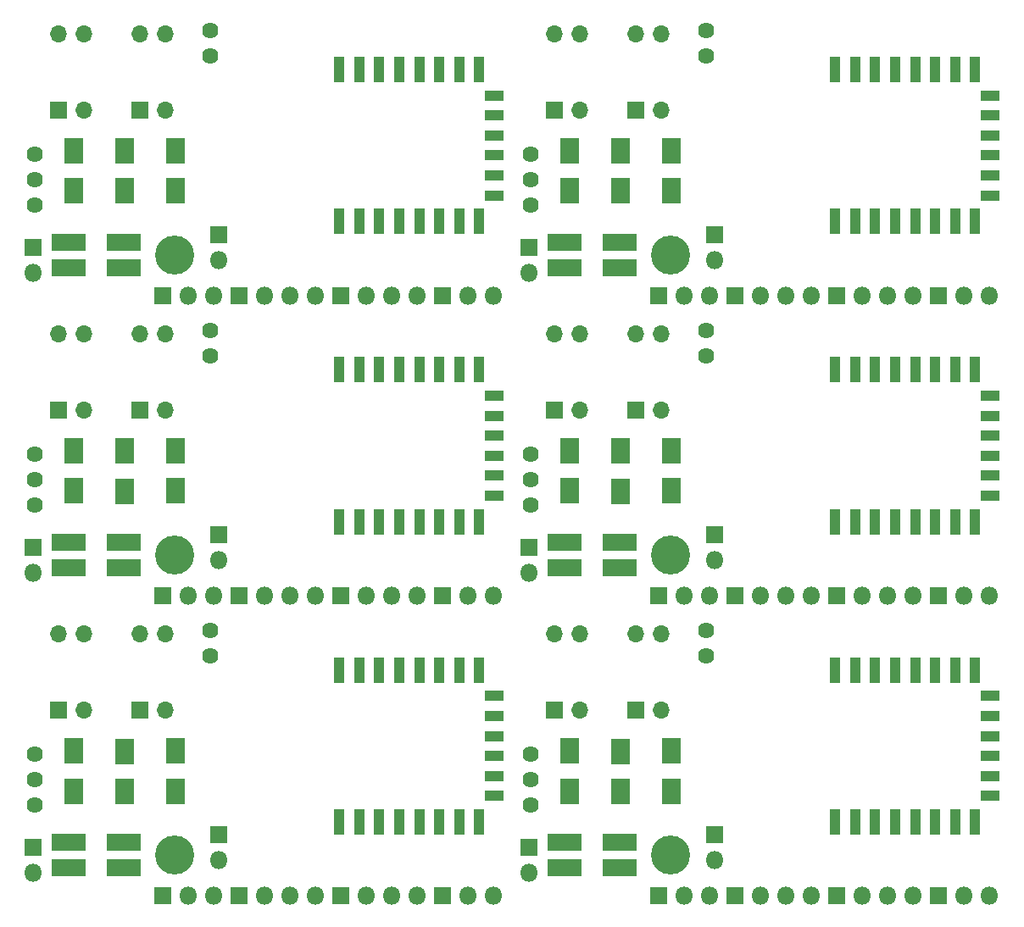
<source format=gbr>
%TF.GenerationSoftware,KiCad,Pcbnew,5.1.6-c6e7f7d~87~ubuntu18.04.1*%
%TF.CreationDate,2020-09-18T10:49:30+02:00*%
%TF.ProjectId,panel,70616e65-6c2e-46b6-9963-61645f706362,rev?*%
%TF.SameCoordinates,Original*%
%TF.FileFunction,Soldermask,Top*%
%TF.FilePolarity,Negative*%
%FSLAX46Y46*%
G04 Gerber Fmt 4.6, Leading zero omitted, Abs format (unit mm)*
G04 Created by KiCad (PCBNEW 5.1.6-c6e7f7d~87~ubuntu18.04.1) date 2020-09-18 10:49:30*
%MOMM*%
%LPD*%
G01*
G04 APERTURE LIST*
%ADD10R,3.400000X1.800000*%
%ADD11R,1.700000X1.700000*%
%ADD12O,1.700000X1.700000*%
%ADD13R,1.800000X1.800000*%
%ADD14O,1.800000X1.800000*%
%ADD15R,1.900000X2.600000*%
%ADD16R,1.100000X2.600000*%
%ADD17R,1.900000X1.100000*%
%ADD18C,1.624000*%
%ADD19C,3.900000*%
G04 APERTURE END LIST*
D10*
%TO.C,D3*%
X104825006Y-135400011D03*
X110325006Y-135400011D03*
%TD*%
%TO.C,D1*%
X110325006Y-132860011D03*
X104825006Y-132860011D03*
%TD*%
D11*
%TO.C,U2*%
X111976006Y-119652011D03*
D12*
X114516006Y-112032011D03*
X114516006Y-119652011D03*
X111976006Y-112032011D03*
%TD*%
%TO.C,U1*%
X103848006Y-112032011D03*
X106388006Y-119652011D03*
X106388006Y-112032011D03*
D11*
X103848006Y-119652011D03*
%TD*%
D13*
%TO.C,J8*%
X114262006Y-138194011D03*
D14*
X116802006Y-138194011D03*
X119342006Y-138194011D03*
%TD*%
%TO.C,J7*%
X147282006Y-138194011D03*
X144742006Y-138194011D03*
D13*
X142202006Y-138194011D03*
%TD*%
%TO.C,J4*%
X101308006Y-133368011D03*
D14*
X101308006Y-135908011D03*
%TD*%
%TO.C,J3*%
X119850006Y-134638011D03*
D13*
X119850006Y-132098011D03*
%TD*%
%TO.C,J2*%
X121882006Y-138194011D03*
D14*
X124422006Y-138194011D03*
X126962006Y-138194011D03*
X129502006Y-138194011D03*
%TD*%
%TO.C,J1*%
X139662006Y-138194011D03*
X137122006Y-138194011D03*
X134582006Y-138194011D03*
D13*
X132042006Y-138194011D03*
%TD*%
D15*
%TO.C,D5*%
X115532006Y-127716011D03*
X115532006Y-123716011D03*
%TD*%
%TO.C,D4*%
X110452006Y-127748011D03*
X110452006Y-123748011D03*
%TD*%
%TO.C,D2*%
X105372006Y-123716011D03*
X105372006Y-127716011D03*
%TD*%
D16*
%TO.C,U4*%
X131844006Y-130808011D03*
X133844006Y-130808011D03*
X135844006Y-130808011D03*
X137844006Y-130808011D03*
X139844006Y-130808011D03*
X141844006Y-130808011D03*
X143844006Y-130808011D03*
X145844006Y-130808011D03*
D17*
X147344006Y-128208011D03*
X147344006Y-126208011D03*
X147344006Y-124208011D03*
X147344006Y-122208011D03*
X147344006Y-120208011D03*
X147344006Y-118208011D03*
D16*
X145844006Y-115608011D03*
X143844006Y-115608011D03*
X141844006Y-115608011D03*
X139844006Y-115608011D03*
X137844006Y-115608011D03*
X135844006Y-115608011D03*
X133844006Y-115608011D03*
X131844006Y-115608011D03*
%TD*%
D18*
%TO.C,J11*%
X101468006Y-129144011D03*
X101468006Y-126604011D03*
X101468006Y-124064011D03*
X118928006Y-111684011D03*
X118928006Y-114224011D03*
%TD*%
D19*
%TO.C,M1*%
X115405006Y-134130011D03*
%TD*%
D10*
%TO.C,D3*%
X55295001Y-135400011D03*
X60795001Y-135400011D03*
%TD*%
%TO.C,D1*%
X60795001Y-132860011D03*
X55295001Y-132860011D03*
%TD*%
D11*
%TO.C,U2*%
X62446001Y-119652011D03*
D12*
X64986001Y-112032011D03*
X64986001Y-119652011D03*
X62446001Y-112032011D03*
%TD*%
%TO.C,U1*%
X54318001Y-112032011D03*
X56858001Y-119652011D03*
X56858001Y-112032011D03*
D11*
X54318001Y-119652011D03*
%TD*%
D13*
%TO.C,J8*%
X64732001Y-138194011D03*
D14*
X67272001Y-138194011D03*
X69812001Y-138194011D03*
%TD*%
%TO.C,J7*%
X97752001Y-138194011D03*
X95212001Y-138194011D03*
D13*
X92672001Y-138194011D03*
%TD*%
%TO.C,J4*%
X51778001Y-133368011D03*
D14*
X51778001Y-135908011D03*
%TD*%
%TO.C,J3*%
X70320001Y-134638011D03*
D13*
X70320001Y-132098011D03*
%TD*%
%TO.C,J2*%
X72352001Y-138194011D03*
D14*
X74892001Y-138194011D03*
X77432001Y-138194011D03*
X79972001Y-138194011D03*
%TD*%
%TO.C,J1*%
X90132001Y-138194011D03*
X87592001Y-138194011D03*
X85052001Y-138194011D03*
D13*
X82512001Y-138194011D03*
%TD*%
D15*
%TO.C,D5*%
X66002001Y-127716011D03*
X66002001Y-123716011D03*
%TD*%
%TO.C,D4*%
X60922001Y-127748011D03*
X60922001Y-123748011D03*
%TD*%
%TO.C,D2*%
X55842001Y-123716011D03*
X55842001Y-127716011D03*
%TD*%
D16*
%TO.C,U4*%
X82314001Y-130808011D03*
X84314001Y-130808011D03*
X86314001Y-130808011D03*
X88314001Y-130808011D03*
X90314001Y-130808011D03*
X92314001Y-130808011D03*
X94314001Y-130808011D03*
X96314001Y-130808011D03*
D17*
X97814001Y-128208011D03*
X97814001Y-126208011D03*
X97814001Y-124208011D03*
X97814001Y-122208011D03*
X97814001Y-120208011D03*
X97814001Y-118208011D03*
D16*
X96314001Y-115608011D03*
X94314001Y-115608011D03*
X92314001Y-115608011D03*
X90314001Y-115608011D03*
X88314001Y-115608011D03*
X86314001Y-115608011D03*
X84314001Y-115608011D03*
X82314001Y-115608011D03*
%TD*%
D18*
%TO.C,J11*%
X51938001Y-129144011D03*
X51938001Y-126604011D03*
X51938001Y-124064011D03*
X69398001Y-111684011D03*
X69398001Y-114224011D03*
%TD*%
D19*
%TO.C,M1*%
X65875001Y-134130011D03*
%TD*%
D10*
%TO.C,D3*%
X104825006Y-105400006D03*
X110325006Y-105400006D03*
%TD*%
%TO.C,D1*%
X110325006Y-102860006D03*
X104825006Y-102860006D03*
%TD*%
D11*
%TO.C,U2*%
X111976006Y-89652006D03*
D12*
X114516006Y-82032006D03*
X114516006Y-89652006D03*
X111976006Y-82032006D03*
%TD*%
%TO.C,U1*%
X103848006Y-82032006D03*
X106388006Y-89652006D03*
X106388006Y-82032006D03*
D11*
X103848006Y-89652006D03*
%TD*%
D13*
%TO.C,J8*%
X114262006Y-108194006D03*
D14*
X116802006Y-108194006D03*
X119342006Y-108194006D03*
%TD*%
%TO.C,J7*%
X147282006Y-108194006D03*
X144742006Y-108194006D03*
D13*
X142202006Y-108194006D03*
%TD*%
%TO.C,J4*%
X101308006Y-103368006D03*
D14*
X101308006Y-105908006D03*
%TD*%
%TO.C,J3*%
X119850006Y-104638006D03*
D13*
X119850006Y-102098006D03*
%TD*%
%TO.C,J2*%
X121882006Y-108194006D03*
D14*
X124422006Y-108194006D03*
X126962006Y-108194006D03*
X129502006Y-108194006D03*
%TD*%
%TO.C,J1*%
X139662006Y-108194006D03*
X137122006Y-108194006D03*
X134582006Y-108194006D03*
D13*
X132042006Y-108194006D03*
%TD*%
D15*
%TO.C,D5*%
X115532006Y-97716006D03*
X115532006Y-93716006D03*
%TD*%
%TO.C,D4*%
X110452006Y-97748006D03*
X110452006Y-93748006D03*
%TD*%
%TO.C,D2*%
X105372006Y-93716006D03*
X105372006Y-97716006D03*
%TD*%
D16*
%TO.C,U4*%
X131844006Y-100808006D03*
X133844006Y-100808006D03*
X135844006Y-100808006D03*
X137844006Y-100808006D03*
X139844006Y-100808006D03*
X141844006Y-100808006D03*
X143844006Y-100808006D03*
X145844006Y-100808006D03*
D17*
X147344006Y-98208006D03*
X147344006Y-96208006D03*
X147344006Y-94208006D03*
X147344006Y-92208006D03*
X147344006Y-90208006D03*
X147344006Y-88208006D03*
D16*
X145844006Y-85608006D03*
X143844006Y-85608006D03*
X141844006Y-85608006D03*
X139844006Y-85608006D03*
X137844006Y-85608006D03*
X135844006Y-85608006D03*
X133844006Y-85608006D03*
X131844006Y-85608006D03*
%TD*%
D18*
%TO.C,J11*%
X101468006Y-99144006D03*
X101468006Y-96604006D03*
X101468006Y-94064006D03*
X118928006Y-81684006D03*
X118928006Y-84224006D03*
%TD*%
D19*
%TO.C,M1*%
X115405006Y-104130006D03*
%TD*%
D10*
%TO.C,D3*%
X55295001Y-105400006D03*
X60795001Y-105400006D03*
%TD*%
%TO.C,D1*%
X60795001Y-102860006D03*
X55295001Y-102860006D03*
%TD*%
D11*
%TO.C,U2*%
X62446001Y-89652006D03*
D12*
X64986001Y-82032006D03*
X64986001Y-89652006D03*
X62446001Y-82032006D03*
%TD*%
%TO.C,U1*%
X54318001Y-82032006D03*
X56858001Y-89652006D03*
X56858001Y-82032006D03*
D11*
X54318001Y-89652006D03*
%TD*%
D13*
%TO.C,J8*%
X64732001Y-108194006D03*
D14*
X67272001Y-108194006D03*
X69812001Y-108194006D03*
%TD*%
%TO.C,J7*%
X97752001Y-108194006D03*
X95212001Y-108194006D03*
D13*
X92672001Y-108194006D03*
%TD*%
%TO.C,J4*%
X51778001Y-103368006D03*
D14*
X51778001Y-105908006D03*
%TD*%
%TO.C,J3*%
X70320001Y-104638006D03*
D13*
X70320001Y-102098006D03*
%TD*%
%TO.C,J2*%
X72352001Y-108194006D03*
D14*
X74892001Y-108194006D03*
X77432001Y-108194006D03*
X79972001Y-108194006D03*
%TD*%
%TO.C,J1*%
X90132001Y-108194006D03*
X87592001Y-108194006D03*
X85052001Y-108194006D03*
D13*
X82512001Y-108194006D03*
%TD*%
D15*
%TO.C,D5*%
X66002001Y-97716006D03*
X66002001Y-93716006D03*
%TD*%
%TO.C,D4*%
X60922001Y-97748006D03*
X60922001Y-93748006D03*
%TD*%
%TO.C,D2*%
X55842001Y-93716006D03*
X55842001Y-97716006D03*
%TD*%
D16*
%TO.C,U4*%
X82314001Y-100808006D03*
X84314001Y-100808006D03*
X86314001Y-100808006D03*
X88314001Y-100808006D03*
X90314001Y-100808006D03*
X92314001Y-100808006D03*
X94314001Y-100808006D03*
X96314001Y-100808006D03*
D17*
X97814001Y-98208006D03*
X97814001Y-96208006D03*
X97814001Y-94208006D03*
X97814001Y-92208006D03*
X97814001Y-90208006D03*
X97814001Y-88208006D03*
D16*
X96314001Y-85608006D03*
X94314001Y-85608006D03*
X92314001Y-85608006D03*
X90314001Y-85608006D03*
X88314001Y-85608006D03*
X86314001Y-85608006D03*
X84314001Y-85608006D03*
X82314001Y-85608006D03*
%TD*%
D18*
%TO.C,J11*%
X51938001Y-99144006D03*
X51938001Y-96604006D03*
X51938001Y-94064006D03*
X69398001Y-81684006D03*
X69398001Y-84224006D03*
%TD*%
D19*
%TO.C,M1*%
X65875001Y-104130006D03*
%TD*%
D10*
%TO.C,D3*%
X104825006Y-75400001D03*
X110325006Y-75400001D03*
%TD*%
%TO.C,D1*%
X110325006Y-72860001D03*
X104825006Y-72860001D03*
%TD*%
D11*
%TO.C,U2*%
X111976006Y-59652001D03*
D12*
X114516006Y-52032001D03*
X114516006Y-59652001D03*
X111976006Y-52032001D03*
%TD*%
%TO.C,U1*%
X103848006Y-52032001D03*
X106388006Y-59652001D03*
X106388006Y-52032001D03*
D11*
X103848006Y-59652001D03*
%TD*%
D13*
%TO.C,J8*%
X114262006Y-78194001D03*
D14*
X116802006Y-78194001D03*
X119342006Y-78194001D03*
%TD*%
%TO.C,J7*%
X147282006Y-78194001D03*
X144742006Y-78194001D03*
D13*
X142202006Y-78194001D03*
%TD*%
%TO.C,J4*%
X101308006Y-73368001D03*
D14*
X101308006Y-75908001D03*
%TD*%
%TO.C,J3*%
X119850006Y-74638001D03*
D13*
X119850006Y-72098001D03*
%TD*%
%TO.C,J2*%
X121882006Y-78194001D03*
D14*
X124422006Y-78194001D03*
X126962006Y-78194001D03*
X129502006Y-78194001D03*
%TD*%
%TO.C,J1*%
X139662006Y-78194001D03*
X137122006Y-78194001D03*
X134582006Y-78194001D03*
D13*
X132042006Y-78194001D03*
%TD*%
D15*
%TO.C,D5*%
X115532006Y-67716001D03*
X115532006Y-63716001D03*
%TD*%
%TO.C,D4*%
X110452006Y-67748001D03*
X110452006Y-63748001D03*
%TD*%
%TO.C,D2*%
X105372006Y-63716001D03*
X105372006Y-67716001D03*
%TD*%
D16*
%TO.C,U4*%
X131844006Y-70808001D03*
X133844006Y-70808001D03*
X135844006Y-70808001D03*
X137844006Y-70808001D03*
X139844006Y-70808001D03*
X141844006Y-70808001D03*
X143844006Y-70808001D03*
X145844006Y-70808001D03*
D17*
X147344006Y-68208001D03*
X147344006Y-66208001D03*
X147344006Y-64208001D03*
X147344006Y-62208001D03*
X147344006Y-60208001D03*
X147344006Y-58208001D03*
D16*
X145844006Y-55608001D03*
X143844006Y-55608001D03*
X141844006Y-55608001D03*
X139844006Y-55608001D03*
X137844006Y-55608001D03*
X135844006Y-55608001D03*
X133844006Y-55608001D03*
X131844006Y-55608001D03*
%TD*%
D18*
%TO.C,J11*%
X101468006Y-69144001D03*
X101468006Y-66604001D03*
X101468006Y-64064001D03*
X118928006Y-51684001D03*
X118928006Y-54224001D03*
%TD*%
D19*
%TO.C,M1*%
X115405006Y-74130001D03*
%TD*%
D10*
%TO.C,D3*%
X55295001Y-75400001D03*
X60795001Y-75400001D03*
%TD*%
%TO.C,D1*%
X60795001Y-72860001D03*
X55295001Y-72860001D03*
%TD*%
D11*
%TO.C,U2*%
X62446001Y-59652001D03*
D12*
X64986001Y-52032001D03*
X64986001Y-59652001D03*
X62446001Y-52032001D03*
%TD*%
%TO.C,U1*%
X54318001Y-52032001D03*
X56858001Y-59652001D03*
X56858001Y-52032001D03*
D11*
X54318001Y-59652001D03*
%TD*%
D13*
%TO.C,J8*%
X64732001Y-78194001D03*
D14*
X67272001Y-78194001D03*
X69812001Y-78194001D03*
%TD*%
%TO.C,J7*%
X97752001Y-78194001D03*
X95212001Y-78194001D03*
D13*
X92672001Y-78194001D03*
%TD*%
%TO.C,J4*%
X51778001Y-73368001D03*
D14*
X51778001Y-75908001D03*
%TD*%
%TO.C,J3*%
X70320001Y-74638001D03*
D13*
X70320001Y-72098001D03*
%TD*%
%TO.C,J2*%
X72352001Y-78194001D03*
D14*
X74892001Y-78194001D03*
X77432001Y-78194001D03*
X79972001Y-78194001D03*
%TD*%
%TO.C,J1*%
X90132001Y-78194001D03*
X87592001Y-78194001D03*
X85052001Y-78194001D03*
D13*
X82512001Y-78194001D03*
%TD*%
D15*
%TO.C,D5*%
X66002001Y-67716001D03*
X66002001Y-63716001D03*
%TD*%
%TO.C,D4*%
X60922001Y-67748001D03*
X60922001Y-63748001D03*
%TD*%
%TO.C,D2*%
X55842001Y-63716001D03*
X55842001Y-67716001D03*
%TD*%
D16*
%TO.C,U4*%
X82314001Y-70808001D03*
X84314001Y-70808001D03*
X86314001Y-70808001D03*
X88314001Y-70808001D03*
X90314001Y-70808001D03*
X92314001Y-70808001D03*
X94314001Y-70808001D03*
X96314001Y-70808001D03*
D17*
X97814001Y-68208001D03*
X97814001Y-66208001D03*
X97814001Y-64208001D03*
X97814001Y-62208001D03*
X97814001Y-60208001D03*
X97814001Y-58208001D03*
D16*
X96314001Y-55608001D03*
X94314001Y-55608001D03*
X92314001Y-55608001D03*
X90314001Y-55608001D03*
X88314001Y-55608001D03*
X86314001Y-55608001D03*
X84314001Y-55608001D03*
X82314001Y-55608001D03*
%TD*%
D18*
%TO.C,J11*%
X51938001Y-69144001D03*
X51938001Y-66604001D03*
X51938001Y-64064001D03*
X69398001Y-51684001D03*
X69398001Y-54224001D03*
%TD*%
D19*
%TO.C,M1*%
X65875001Y-74130001D03*
%TD*%
M02*

</source>
